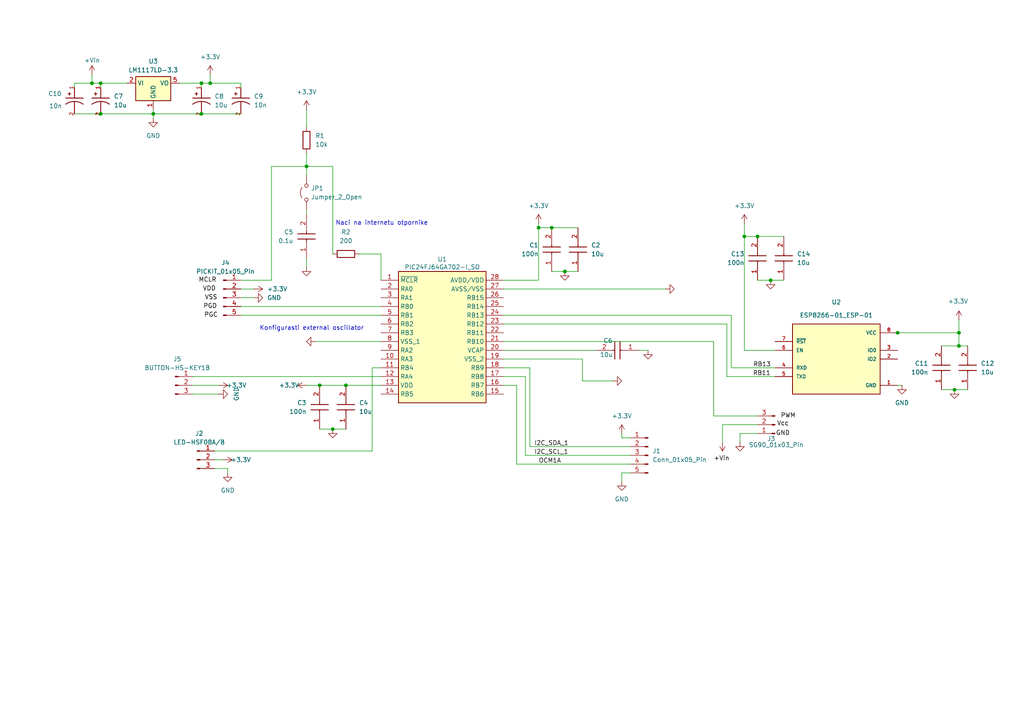
<source format=kicad_sch>
(kicad_sch (version 20231120) (generator "eeschema") (generator_version "8.0")
  (paper "A4")
  (lib_symbols
    (symbol "C0805C106M4PACTU:C0805C106M4PACTU" (pin_names hide)
      (property "Reference" "C" (at 8.89 6.35 0))
      (property "Value" "C0805C106M4PACTU" (at 8.89 3.81 0))
      (symbol "C0805C106M4PACTU_1_1"
        (polyline (pts (xy 5.08 0) (xy 5.588 0)) (stroke (width 0.254)))
        (polyline (pts (xy 5.588 2.54) (xy 5.588 -2.54)) (stroke (width 0.254)))
        (polyline (pts (xy 7.112 0) (xy 7.62 0)) (stroke (width 0.254)))
        (polyline (pts (xy 7.112 2.54) (xy 7.112 -2.54)) (stroke (width 0.254)))
        (pin passive line (at 0 0 0) (length 5.08) (name "1") (number "1"))
        (pin passive line (at 12.7 0 180) (length 5.08) (name "2") (number "2"))
      )
    )
    (symbol "CL21X107MRYN3WE:CL21X107MRYN3WE" (pin_names hide)
      (property "Reference" "C" (at 8.89 6.35 0))
      (property "Value" "CL21X107MRYN3WE" (at 8.89 3.81 0))
      (symbol "CL21X107MRYN3WE_1_1"
        (polyline (pts (xy 5.08 0) (xy 5.588 0)) (stroke (width 0.254)))
        (polyline (pts (xy 5.588 2.54) (xy 5.588 -2.54)) (stroke (width 0.254)))
        (polyline (pts (xy 7.112 0) (xy 7.62 0)) (stroke (width 0.254)))
        (polyline (pts (xy 7.112 2.54) (xy 7.112 -2.54)) (stroke (width 0.254)))
        (pin passive line (at 0 0 0) (length 5.08) (name "1") (number "1"))
        (pin passive line (at 12.7 0 180) (length 5.08) (name "2") (number "2"))
      )
    )
    (symbol "Connector:Conn_01x03_Pin" (pin_names (offset 1.016) hide)
      (property "Reference" "J" (at 0 5.08 0))
      (property "Value" "Conn_01x03_Pin" (at 0 -5.08 0))
      (symbol "Conn_01x03_Pin_1_1"
        (polyline (pts (xy 1.27 -2.54) (xy 0.8636 -2.54)) (stroke (width 0.1524)))
        (polyline (pts (xy 1.27 0) (xy 0.8636 0)) (stroke (width 0.1524)))
        (polyline (pts (xy 1.27 2.54) (xy 0.8636 2.54)) (stroke (width 0.1524)))
        (rectangle (start 0.8636 -2.413) (end 0 -2.667) (stroke (width 0.1524)) (fill (type outline)))
        (rectangle (start 0.8636 0.127) (end 0 -0.127) (stroke (width 0.1524)) (fill (type outline)))
        (rectangle (start 0.8636 2.667) (end 0 2.413) (stroke (width 0.1524)) (fill (type outline)))
        (pin passive line (at 5.08 2.54 180) (length 3.81) (name "Pin_1") (number "1"))
        (pin passive line (at 5.08 0 180) (length 3.81) (name "Pin_2") (number "2"))
        (pin passive line (at 5.08 -2.54 180) (length 3.81) (name "Pin_3") (number "3"))
      )
    )
    (symbol "Connector:Conn_01x05_Pin" (pin_names (offset 1.016) hide)
      (property "Reference" "J" (at 0 7.62 0))
      (property "Value" "Conn_01x05_Pin" (at 0 -7.62 0))
      (symbol "Conn_01x05_Pin_1_1"
        (polyline (pts (xy 1.27 -5.08) (xy 0.8636 -5.08)) (stroke (width 0.1524)))
        (polyline (pts (xy 1.27 -2.54) (xy 0.8636 -2.54)) (stroke (width 0.1524)))
        (polyline (pts (xy 1.27 0) (xy 0.8636 0)) (stroke (width 0.1524)))
        (polyline (pts (xy 1.27 2.54) (xy 0.8636 2.54)) (stroke (width 0.1524)))
        (polyline (pts (xy 1.27 5.08) (xy 0.8636 5.08)) (stroke (width 0.1524)))
        (rectangle (start 0.8636 -4.953) (end 0 -5.207) (stroke (width 0.1524)) (fill (type outline)))
        (rectangle (start 0.8636 -2.413) (end 0 -2.667) (stroke (width 0.1524)) (fill (type outline)))
        (rectangle (start 0.8636 0.127) (end 0 -0.127) (stroke (width 0.1524)) (fill (type outline)))
        (rectangle (start 0.8636 2.667) (end 0 2.413) (stroke (width 0.1524)) (fill (type outline)))
        (rectangle (start 0.8636 5.207) (end 0 4.953) (stroke (width 0.1524)) (fill (type outline)))
        (pin passive line (at 5.08 5.08 180) (length 3.81) (name "Pin_1") (number "1"))
        (pin passive line (at 5.08 2.54 180) (length 3.81) (name "Pin_2") (number "2"))
        (pin passive line (at 5.08 0 180) (length 3.81) (name "Pin_3") (number "3"))
        (pin passive line (at 5.08 -2.54 180) (length 3.81) (name "Pin_4") (number "4"))
        (pin passive line (at 5.08 -5.08 180) (length 3.81) (name "Pin_5") (number "5"))
      )
    )
    (symbol "Device:R" (pin_numbers hide) (pin_names (offset 0))
      (property "Reference" "R" (at 2.032 0 90))
      (property "Value" "R" (at 0 0 90))
      (symbol "R_0_1"
        (rectangle (start -1.016 -2.54) (end 1.016 2.54) (stroke (width 0.254)))
      )
      (symbol "R_1_1"
        (pin passive line (at 0 3.81 270) (length 1.27) (name "~") (number "1"))
        (pin passive line (at 0 -3.81 90) (length 1.27) (name "~") (number "2"))
      )
    )
    (symbol "ESP8266-01_ESP-01:ESP8266-01_ESP-01" (pin_names (offset 1.016))
      (property "Reference" "U" (at -12.7094 10.6778 0))
      (property "Value" "ESP8266-01_ESP-01" (at -12.7131 -12.7131 0))
      (symbol "ESP8266-01_ESP-01_0_0"
        (rectangle (start -12.7 -10.16) (end 12.7 10.16) (stroke (width 0.254)) (fill (type background)))
        (pin power_in line (at 17.78 -7.62 180) (length 5.08) (name "GND") (number "1"))
        (pin bidirectional line (at 17.78 0 180) (length 5.08) (name "IO2") (number "2"))
        (pin bidirectional line (at 17.78 2.54 180) (length 5.08) (name "IO0") (number "3"))
        (pin input line (at -17.78 -2.54 0) (length 5.08) (name "RXD") (number "4"))
        (pin output line (at -17.78 -5.08 0) (length 5.08) (name "TXD") (number "5"))
        (pin input line (at -17.78 2.54 0) (length 5.08) (name "EN") (number "6"))
        (pin input line (at -17.78 5.08 0) (length 5.08) (name "~{RST}") (number "7"))
        (pin power_in line (at 17.78 7.62 180) (length 5.08) (name "VCC") (number "8"))
      )
    )
    (symbol "Jumper:Jumper_2_Open" (pin_numbers hide) (pin_names (offset 0) hide) (exclude_from_sim yes)
      (property "Reference" "JP" (at 0 2.794 0))
      (property "Value" "Jumper_2_Open" (at 0 -2.286 0))
      (symbol "Jumper_2_Open_0_0"
        (circle (center -2.032 0) (radius 0.508))
        (circle (center 2.032 0) (radius 0.508))
      )
      (symbol "Jumper_2_Open_0_1"
        (arc (start 1.524 1.27) (mid 0 1.778) (end -1.524 1.27))
      )
      (symbol "Jumper_2_Open_1_1"
        (pin passive line (at -5.08 0 0) (length 2.54) (name "A") (number "1"))
        (pin passive line (at 5.08 0 180) (length 2.54) (name "B") (number "2"))
      )
    )
    (symbol "PIC24FJ64GA702-I_SO:PIC24FJ64GA702-I_SO"
      (property "Reference" "IC" (at 31.75 7.62 0))
      (property "Value" "PIC24FJ64GA702-I_SO" (at 31.75 5.08 0))
      (symbol "PIC24FJ64GA702-I_SO_1_1"
        (rectangle (start 5.08 2.54) (end 30.48 -35.56) (stroke (width 0.254)) (fill (type background)))
        (pin passive line (at 0 0 0) (length 5.08) (name "~{MCLR}") (number "1"))
        (pin passive line (at 0 -22.86 0) (length 5.08) (name "RA3") (number "10"))
        (pin passive line (at 0 -25.4 0) (length 5.08) (name "RB4") (number "11"))
        (pin passive line (at 0 -27.94 0) (length 5.08) (name "RA4") (number "12"))
        (pin passive line (at 0 -30.48 0) (length 5.08) (name "VDD") (number "13"))
        (pin passive line (at 0 -33.02 0) (length 5.08) (name "RB5") (number "14"))
        (pin passive line (at 35.56 -33.02 180) (length 5.08) (name "RB6") (number "15"))
        (pin passive line (at 35.56 -30.48 180) (length 5.08) (name "RB7") (number "16"))
        (pin passive line (at 35.56 -27.94 180) (length 5.08) (name "RB8") (number "17"))
        (pin passive line (at 35.56 -25.4 180) (length 5.08) (name "RB9") (number "18"))
        (pin passive line (at 35.56 -22.86 180) (length 5.08) (name "VSS_2") (number "19"))
        (pin passive line (at 0 -2.54 0) (length 5.08) (name "RA0") (number "2"))
        (pin passive line (at 35.56 -20.32 180) (length 5.08) (name "VCAP") (number "20"))
        (pin passive line (at 35.56 -17.78 180) (length 5.08) (name "RB10") (number "21"))
        (pin passive line (at 35.56 -15.24 180) (length 5.08) (name "RB11") (number "22"))
        (pin passive line (at 35.56 -12.7 180) (length 5.08) (name "RB12") (number "23"))
        (pin passive line (at 35.56 -10.16 180) (length 5.08) (name "RB13") (number "24"))
        (pin passive line (at 35.56 -7.62 180) (length 5.08) (name "RB14") (number "25"))
        (pin passive line (at 35.56 -5.08 180) (length 5.08) (name "RB15") (number "26"))
        (pin passive line (at 35.56 -2.54 180) (length 5.08) (name "AVSS/VSS") (number "27"))
        (pin passive line (at 35.56 0 180) (length 5.08) (name "AVDD/VDD") (number "28"))
        (pin passive line (at 0 -5.08 0) (length 5.08) (name "RA1") (number "3"))
        (pin passive line (at 0 -7.62 0) (length 5.08) (name "RB0") (number "4"))
        (pin passive line (at 0 -10.16 0) (length 5.08) (name "RB1") (number "5"))
        (pin passive line (at 0 -12.7 0) (length 5.08) (name "RB2") (number "6"))
        (pin passive line (at 0 -15.24 0) (length 5.08) (name "RB3") (number "7"))
        (pin passive line (at 0 -17.78 0) (length 5.08) (name "VSS_1") (number "8"))
        (pin passive line (at 0 -20.32 0) (length 5.08) (name "RA2") (number "9"))
      )
    )
    (symbol "Regulator_Linear:LM1117LD-3.3"
      (property "Reference" "U" (at -3.81 3.175 0))
      (property "Value" "LM1117LD-3.3" (at 0 3.175 0))
      (symbol "LM1117LD-3.3_0_1"
        (rectangle (start -5.08 -5.08) (end 5.08 1.905) (stroke (width 0.254)) (fill (type background)))
      )
      (symbol "LM1117LD-3.3_1_1"
        (pin power_in line (at 0 -7.62 90) (length 2.54) (name "GND") (number "1"))
        (pin power_in line (at -7.62 0 0) (length 2.54) (name "VI") (number "2"))
        (pin passive line (at -7.62 0 0) (length 2.54) hide (name "VI") (number "3"))
        (pin passive line (at -7.62 0 0) (length 2.54) hide (name "VI") (number "4"))
        (pin power_out line (at 7.62 0 180) (length 2.54) (name "VO") (number "5"))
        (pin passive line (at 7.62 0 180) (length 2.54) hide (name "VO") (number "6"))
        (pin passive line (at 7.62 0 180) (length 2.54) hide (name "VO") (number "7"))
        (pin no_connect line (at 5.08 -2.54 180) (length 2.54) hide (name "NC") (number "8"))
        (pin passive line (at 7.62 0 180) (length 2.54) hide (name "VO") (number "9"))
      )
    )
    (symbol "T495B106K025ATE750:T495B106K025ATE750" (pin_names (offset 1.016))
      (property "Reference" "C" (at -5.08 3.81 0))
      (property "Value" "T495B106K025ATE750" (at -5.08 -5.08 0))
      (symbol "T495B106K025ATE750_0_0"
        (rectangle (start -3.713 -1.532) (end -2.824 -1.405) (stroke (width 0.1)) (fill (type outline)))
        (rectangle (start -3.332 -1.913) (end -3.205 -1.024) (stroke (width 0.1)) (fill (type outline)))
        (arc (start -0.254 2.54) (mid -1.0549 0) (end -0.254 -2.54) (stroke (width 0.254)))
        (polyline (pts (xy -5.08 0) (xy -2.032 0)) (stroke (width 0.254)))
        (polyline (pts (xy -2.032 2.54) (xy -2.032 -2.54)) (stroke (width 0.254)))
        (polyline (pts (xy -1.016 0) (xy 2.54 0)) (stroke (width 0.254)))
        (pin passive line (at -5.08 0 0) (length 0) (name "~") (number "1"))
        (pin passive line (at 2.54 0 180) (length 0) (name "~") (number "2"))
      )
    )
    (symbol "power:+3.3V" (power) (pin_numbers hide) (pin_names (offset 0) hide)
      (property "Value" "+3.3V" (at 0 3.556 0))
      (symbol "+3.3V_0_1"
        (polyline (pts (xy -0.762 1.27) (xy 0 2.54)))
        (polyline (pts (xy 0 0) (xy 0 2.54)))
        (polyline (pts (xy 0 2.54) (xy 0.762 1.27)))
      )
      (symbol "+3.3V_1_1"
        (pin power_in line (at 0 0 90) (length 0) (name "~") (number "1"))
      )
    )
    (symbol "power:+5C" (power) (pin_numbers hide) (pin_names (offset 0) hide)
      (property "Value" "+5C" (at 0 3.556 0))
      (symbol "+5C_0_1"
        (polyline (pts (xy -0.762 1.27) (xy 0 2.54)))
        (polyline (pts (xy 0 0) (xy 0 2.54)))
        (polyline (pts (xy 0 2.54) (xy 0.762 1.27)))
      )
      (symbol "+5C_1_1"
        (pin power_in line (at 0 0 90) (length 0) (name "~") (number "1"))
      )
    )
    (symbol "power:GND" (power) (pin_numbers hide) (pin_names (offset 0) hide)
      (property "Value" "GND" (at 0 -3.81 0))
      (symbol "GND_0_1"
        (polyline (pts (xy 0 0) (xy 0 -1.27) (xy 1.27 -1.27) (xy 0 -2.54) (xy -1.27 -1.27) (xy 0 -1.27)))
      )
      (symbol "GND_1_1"
        (pin power_in line (at 0 0 270) (length 0) (name "~") (number "1"))
      )
    )
    (symbol "power:VCC" (power) (pin_numbers hide) (pin_names (offset 0) hide)
      (property "Value" "VCC" (at 0 3.556 0))
      (symbol "VCC_0_1"
        (polyline (pts (xy -0.762 1.27) (xy 0 2.54)))
        (polyline (pts (xy 0 0) (xy 0 2.54)))
        (polyline (pts (xy 0 2.54) (xy 0.762 1.27)))
      )
      (symbol "VCC_1_1"
        (pin power_in line (at 0 0 90) (length 0) (name "~") (number "1"))
      )
    )
  )
  (junction (at 100.33 111.76))
  (junction (at 26.67 24.13))
  (junction (at 160.02 66.04))
  (junction (at 223.52 81.28))
  (junction (at 163.83 78.74))
  (junction (at 58.42 33.02))
  (junction (at 278.13 100.33))
  (junction (at 29.21 24.13))
  (junction (at 96.52 124.46))
  (junction (at 260.35 96.52))
  (junction (at 29.21 33.02))
  (junction (at 88.9 48.26))
  (junction (at 156.21 66.04))
  (junction (at 92.71 111.76))
  (junction (at 60.96 24.13))
  (junction (at 278.13 96.52))
  (junction (at 215.9 68.58))
  (junction (at 219.71 68.58))
  (junction (at 276.86 113.03))
  (junction (at 58.42 24.13))
  (junction (at 44.45 33.02))
  (wire (pts (xy 52.07 24.13) (xy 58.42 24.13)))
  (wire (pts (xy 21.59 24.13) (xy 21.59 25.4)))
  (wire (pts (xy 215.9 68.58) (xy 219.71 68.58)))
  (wire (pts (xy 160.02 66.04) (xy 167.64 66.04)))
  (wire (pts (xy 156.21 66.04) (xy 156.21 81.28)))
  (wire (pts (xy 185.42 101.6) (xy 187.96 101.6)))
  (wire (pts (xy 66.04 135.89) (xy 66.04 137.16)))
  (wire (pts (xy 278.13 96.52) (xy 278.13 100.33)))
  (wire (pts (xy 36.83 24.13) (xy 29.21 24.13)))
  (wire (pts (xy 146.05 111.76) (xy 149.86 111.76)))
  (wire (pts (xy 146.05 109.22) (xy 152.4 109.22)))
  (wire (pts (xy 278.13 100.33) (xy 273.05 100.33)))
  (wire (pts (xy 146.05 93.98) (xy 210.82 93.98)))
  (wire (pts (xy 110.49 73.66) (xy 110.49 81.28)))
  (wire (pts (xy 215.9 68.58) (xy 215.9 101.6)))
  (wire (pts (xy 60.96 24.13) (xy 69.85 24.13)))
  (wire (pts (xy 69.85 83.82) (xy 73.66 83.82)))
  (wire (pts (xy 29.21 24.13) (xy 26.67 24.13)))
  (wire (pts (xy 180.34 137.16) (xy 180.34 139.7)))
  (wire (pts (xy 153.67 129.54) (xy 153.67 106.68)))
  (wire (pts (xy 58.42 33.02) (xy 44.45 33.02)))
  (wire (pts (xy 146.05 104.14) (xy 168.91 104.14)))
  (wire (pts (xy 207.01 99.06) (xy 207.01 120.65)))
  (wire (pts (xy 88.9 111.76) (xy 92.71 111.76)))
  (wire (pts (xy 29.21 33.02) (xy 44.45 33.02)))
  (wire (pts (xy 212.09 91.44) (xy 212.09 106.68)))
  (wire (pts (xy 156.21 66.04) (xy 160.02 66.04)))
  (wire (pts (xy 146.05 91.44) (xy 212.09 91.44)))
  (wire (pts (xy 156.21 64.77) (xy 156.21 66.04)))
  (wire (pts (xy 152.4 132.08) (xy 182.88 132.08)))
  (wire (pts (xy 146.05 106.68) (xy 153.67 106.68)))
  (wire (pts (xy 107.95 130.81) (xy 107.95 106.68)))
  (wire (pts (xy 276.86 113.03) (xy 273.05 113.03)))
  (wire (pts (xy 44.45 31.75) (xy 44.45 33.02)))
  (wire (pts (xy 62.23 135.89) (xy 66.04 135.89)))
  (wire (pts (xy 58.42 33.02) (xy 69.85 33.02)))
  (wire (pts (xy 58.42 24.13) (xy 60.96 24.13)))
  (wire (pts (xy 209.55 123.19) (xy 219.71 123.19)))
  (wire (pts (xy 207.01 120.65) (xy 219.71 120.65)))
  (wire (pts (xy 146.05 99.06) (xy 207.01 99.06)))
  (wire (pts (xy 168.91 104.14) (xy 168.91 110.49)))
  (wire (pts (xy 88.9 48.26) (xy 96.52 48.26)))
  (wire (pts (xy 107.95 106.68) (xy 110.49 106.68)))
  (wire (pts (xy 214.63 125.73) (xy 219.71 125.73)))
  (wire (pts (xy 278.13 92.71) (xy 278.13 96.52)))
  (wire (pts (xy 55.88 114.3) (xy 63.5 114.3)))
  (wire (pts (xy 260.35 111.76) (xy 261.62 111.76)))
  (wire (pts (xy 149.86 134.62) (xy 182.88 134.62)))
  (wire (pts (xy 88.9 48.26) (xy 88.9 50.8)))
  (wire (pts (xy 182.88 127) (xy 180.34 127)))
  (wire (pts (xy 212.09 106.68) (xy 224.79 106.68)))
  (wire (pts (xy 182.88 137.16) (xy 180.34 137.16)))
  (wire (pts (xy 215.9 64.77) (xy 215.9 68.58)))
  (wire (pts (xy 223.52 81.28) (xy 219.71 81.28)))
  (wire (pts (xy 78.74 81.28) (xy 78.74 48.26)))
  (wire (pts (xy 215.9 101.6) (xy 224.79 101.6)))
  (wire (pts (xy 214.63 128.27) (xy 214.63 125.73)))
  (wire (pts (xy 163.83 78.74) (xy 167.64 78.74)))
  (wire (pts (xy 146.05 83.82) (xy 193.04 83.82)))
  (wire (pts (xy 180.34 127) (xy 180.34 125.73)))
  (wire (pts (xy 44.45 33.02) (xy 44.45 34.29)))
  (wire (pts (xy 62.23 133.35) (xy 64.77 133.35)))
  (wire (pts (xy 104.14 73.66) (xy 110.49 73.66)))
  (wire (pts (xy 276.86 113.03) (xy 280.67 113.03)))
  (wire (pts (xy 88.9 44.45) (xy 88.9 48.26)))
  (wire (pts (xy 210.82 93.98) (xy 210.82 109.22)))
  (wire (pts (xy 219.71 68.58) (xy 227.33 68.58)))
  (wire (pts (xy 69.85 86.36) (xy 73.66 86.36)))
  (wire (pts (xy 78.74 48.26) (xy 88.9 48.26)))
  (wire (pts (xy 92.71 111.76) (xy 100.33 111.76)))
  (wire (pts (xy 21.59 33.02) (xy 29.21 33.02)))
  (wire (pts (xy 152.4 132.08) (xy 152.4 109.22)))
  (wire (pts (xy 69.85 91.44) (xy 110.49 91.44)))
  (wire (pts (xy 69.85 88.9) (xy 110.49 88.9)))
  (wire (pts (xy 91.44 99.06) (xy 110.49 99.06)))
  (wire (pts (xy 209.55 128.27) (xy 209.55 123.19)))
  (wire (pts (xy 96.52 73.66) (xy 96.52 48.26)))
  (wire (pts (xy 88.9 31.75) (xy 88.9 36.83)))
  (wire (pts (xy 96.52 124.46) (xy 92.71 124.46)))
  (wire (pts (xy 153.67 129.54) (xy 182.88 129.54)))
  (wire (pts (xy 260.35 96.52) (xy 278.13 96.52)))
  (wire (pts (xy 96.52 124.46) (xy 100.33 124.46)))
  (wire (pts (xy 69.85 25.4) (xy 69.85 24.13)))
  (wire (pts (xy 55.88 111.76) (xy 63.5 111.76)))
  (wire (pts (xy 156.21 81.28) (xy 146.05 81.28)))
  (wire (pts (xy 149.86 111.76) (xy 149.86 134.62)))
  (wire (pts (xy 163.83 78.74) (xy 160.02 78.74)))
  (wire (pts (xy 55.88 109.22) (xy 110.49 109.22)))
  (wire (pts (xy 88.9 60.96) (xy 88.9 62.23)))
  (wire (pts (xy 69.85 81.28) (xy 78.74 81.28)))
  (wire (pts (xy 26.67 21.59) (xy 26.67 24.13)))
  (wire (pts (xy 58.42 25.4) (xy 58.42 24.13)))
  (wire (pts (xy 100.33 111.76) (xy 110.49 111.76)))
  (wire (pts (xy 223.52 81.28) (xy 227.33 81.28)))
  (wire (pts (xy 259.08 96.52) (xy 260.35 96.52)))
  (wire (pts (xy 26.67 24.13) (xy 21.59 24.13)))
  (wire (pts (xy 60.96 21.59) (xy 60.96 24.13)))
  (wire (pts (xy 210.82 109.22) (xy 224.79 109.22)))
  (wire (pts (xy 88.9 74.93) (xy 88.9 77.47)))
  (wire (pts (xy 280.67 100.33) (xy 278.13 100.33)))
  (wire (pts (xy 146.05 101.6) (xy 172.72 101.6)))
  (wire (pts (xy 29.21 24.13) (xy 29.21 25.4)))
  (wire (pts (xy 62.23 130.81) (xy 107.95 130.81)))
  (wire (pts (xy 168.91 110.49) (xy 177.8 110.49)))
  (text "VDD" (at 60.706 83.82 0) (effects (font (size 1.27 1.27))))
  (text "Vcc" (at 227.076 122.936 0) (effects (font (size 1.27 1.27) (thickness 0.1588))))
  (text "Naci na internetu otpornike" (at 110.744 64.77 0) (effects (font (size 1.27 1.27))))
  (text "PWM" (at 228.6 120.65 0) (effects (font (size 1.27 1.27))))
  (text "PGC" (at 61.214 91.44 0) (effects (font (size 1.27 1.27))))
  (text "VSS" (at 61.214 86.36 0) (effects (font (size 1.27 1.27))))
  (text "MCLR" (at 60.198 81.28 0) (effects (font (size 1.27 1.27))))
  (text "PGD" (at 60.96 88.9 0) (effects (font (size 1.27 1.27))))
  (text "GND" (at 227.076 125.73 0) (effects (font (size 1.27 1.27))))
  (text "Konfigurasti external oscillator" (at 90.424 95.25 0) (effects (font (size 1.27 1.27))))
  (label "RB13" (at 218.44 106.68 0))
  (label "I2C_SDA_1" (at 154.94 129.54 0))
  (label "OCM1A" (at 156.21 134.62 0))
  (label "RB11" (at 223.52 109.22 180))
  (label "I2C_SCL_1" (at 154.94 132.08 0))
  (symbol (lib_id "power:+3.3V") (at 64.77 133.35 270) (unit 1)
    (property "Reference" "#PWR015" (effects (hide yes)))
    (property "Value" "+3.3V" (at 69.85 133.35 90))
    (property "Description" "Power symbol creates a global label with name \"+3.3V\"" (effects (hide yes)))
  )
  (symbol (lib_id "PIC24FJ64GA702-I_SO:PIC24FJ64GA702-I_SO") (at 110.49 81.28 0) (unit 1)
    (property "Reference" "U1" (at 128.27 75.184 0))
    (property "Value" "PIC24FJ64GA702-I_SO" (at 128.27 77.47 0))
    (property "Footprint" "SOIC127P1030X265-28N" (effects (hide yes)))
    (property "Description" "16-bit Microcontrollers - MCU 16-bit, 16 MIPS, 64KB Flash, 16KB RAM" (effects (hide yes)))
    (property "Height" "2.65" (effects (hide yes)))
    (property "Mouser Part Number" "579-24FJ64GA702ISO" (effects (hide yes)))
    (property "Mouser Price/Stock" "https://www.mouser.co.uk/ProductDetail/Microchip-Technology/PIC24FJ64GA702-I-SO?qs=tOTLKpwhCJcpK%252BsaonbYLQ%3D%3D" (effects (hide yes)))
    (property "Manufacturer_Name" "Microchip" (effects (hide yes)))
    (property "Manufacturer_Part_Number" "PIC24FJ64GA702-I/SO" (effects (hide yes)))
  )
  (symbol (lib_id "Connector:Conn_01x03_Pin") (at 57.15 133.35 0) (unit 1)
    (property "Reference" "J2" (at 57.785 125.73 0))
    (property "Value" "LED-HSF08A/B" (at 57.785 128.27 0))
    (property "Description" "Generic connector, single row, 01x03, script generated" (effects (hide yes)))
  )
  (symbol (lib_id "power:+3.3V") (at 88.9 31.75 0) (unit 1)
    (property "Reference" "#PWR04" (effects (hide yes)))
    (property "Value" "+3.3V" (at 88.9 26.67 0))
    (property "Description" "Power symbol creates a global label with name \"+3.3V\"" (effects (hide yes)))
  )
  (symbol (lib_id "power:GND") (at 88.9 77.47 0) (unit 1)
    (property "Reference" "#PWR01" (effects (hide yes)))
    (property "Value" "GND" (effects (hide yes)))
    (property "Description" "Power symbol creates a global label with name \"GND\" , ground" (effects (hide yes)))
  )
  (symbol (lib_id "Connector:Conn_01x05_Pin") (at 64.77 86.36 0) (unit 1)
    (property "Reference" "J4" (at 65.405 76.2 0))
    (property "Value" "PICKIT_01x05_Pin" (at 65.405 78.74 0))
    (property "Description" "Generic connector, single row, 01x05, script generated" (effects (hide yes)))
  )
  (symbol (lib_id "power:GND") (at 177.8 110.49 90) (unit 1)
    (property "Reference" "#PWR08" (effects (hide yes)))
    (property "Value" "GND" (effects (hide yes)))
    (property "Description" "Power symbol creates a global label with name \"GND\" , ground" (effects (hide yes)))
  )
  (symbol (lib_id "C0805C106M4PACTU:C0805C106M4PACTU") (at 88.9 74.93 270) (mirror x) (unit 1)
    (property "Reference" "C5" (at 85.09 67.3099 90) (effects (justify right)))
    (property "Value" "0.1u" (at 85.09 69.8499 90) (effects (justify right)))
    (property "Footprint" "C0805" (effects (hide yes)))
    (property "Datasheet" "https://content.kemet.com/datasheets/KEM_C1006_X5R_SMD.pdf" (effects (hide yes)))
    (property "Description" "SMD Comm X5R, Ceramic, 10 uF, 20%, 16 VDC, 40 VDC, 85C, -55C, X5R, SMD, MLCC, Temperature Stable, Class II, 10 % , 10 MOhms, 21 mg, 0805, 2mm, 1.25mm, 1.25mm, 0.75mm, 0.5mm, 3000, 78  Weeks, 70" (effects (hide yes)))
    (property "Height" "1.1" (effects (hide yes)))
    (property "Mouser Part Number" "80-C0805C106M4P" (effects (hide yes)))
    (property "Mouser Price/Stock" "https://www.mouser.co.uk/ProductDetail/KEMET/C0805C106M4PACTU?qs=KHg1sw%2FVM5StZkWXuKrj7w%3D%3D" (effects (hide yes)))
    (property "Manufacturer_Name" "KEMET" (effects (hide yes)))
    (property "Manufacturer_Part_Number" "C0805C106M4PACTU" (effects (hide yes)))
  )
  (symbol (lib_id "power:GND") (at 214.63 128.27 0) (unit 1)
    (property "Reference" "#PWR012" (effects (hide yes)))
    (property "Value" "GND" (effects (hide yes)))
    (property "Description" "Power symbol creates a global label with name \"GND\" , ground" (effects (hide yes)))
  )
  (symbol (lib_id "Connector:Conn_01x03_Pin") (at 224.79 123.19 180) (unit 1)
    (property "Reference" "J3" (at 222.504 127.254 0) (effects (justify right)))
    (property "Value" "SG90_01x03_Pin" (at 217.17 129.032 0) (effects (justify right)))
    (property "Description" "Generic connector, single row, 01x03, script generated" (effects (hide yes)))
  )
  (symbol (lib_id "C0805C106M4PACTU:C0805C106M4PACTU") (at 280.67 113.03 90) (unit 1)
    (property "Reference" "C12" (at 284.48 105.4099 90) (effects (justify right)))
    (property "Value" "10u" (at 284.48 107.9499 90) (effects (justify right)))
    (property "Footprint" "C0805" (effects (hide yes)))
    (property "Datasheet" "https://content.kemet.com/datasheets/KEM_C1006_X5R_SMD.pdf" (effects (hide yes)))
    (property "Description" "SMD Comm X5R, Ceramic, 10 uF, 20%, 16 VDC, 40 VDC, 85C, -55C, X5R, SMD, MLCC, Temperature Stable, Class II, 10 % , 10 MOhms, 21 mg, 0805, 2mm, 1.25mm, 1.25mm, 0.75mm, 0.5mm, 3000, 78  Weeks, 70" (effects (hide yes)))
    (property "Height" "1.1" (effects (hide yes)))
    (property "Mouser Part Number" "80-C0805C106M4P" (effects (hide yes)))
    (property "Mouser Price/Stock" "https://www.mouser.co.uk/ProductDetail/KEMET/C0805C106M4PACTU?qs=KHg1sw%2FVM5StZkWXuKrj7w%3D%3D" (effects (hide yes)))
    (property "Manufacturer_Name" "KEMET" (effects (hide yes)))
    (property "Manufacturer_Part_Number" "C0805C106M4PACTU" (effects (hide yes)))
  )
  (symbol (lib_id "T495B106K025ATE750:T495B106K025ATE750") (at 21.59 30.48 270) (unit 1)
    (property "Reference" "C10" (at 13.97 27.178 90) (effects (justify left)))
    (property "Value" "10n" (at 14.224 30.734 90) (effects (justify left)))
    (property "Footprint" "T495B106K025ATE750:CAPPC3528X210N" (effects (hide yes)))
    (property "L_MAX" "0.9" (effects (hide yes)))
    (property "A_MAX" "2.1" (effects (hide yes)))
    (property "L1_NOM" "0.7" (effects (hide yes)))
    (property "Check_prices" "https://www.snapeda.com/parts/T495B106K025ATE750/KEMET/view-part/?ref=eda" (effects (hide yes)))
    (property "Package" "SMD-2 Kemet" (effects (hide yes)))
    (property "D_MAX" "3.7" (effects (hide yes)))
    (property "A_NOM" "2.1" (effects (hide yes)))
    (property "L1_MAX" "0.9" (effects (hide yes)))
    (property "A_MIN" "2.1" (effects (hide yes)))
    (property "STANDARD" "IPC-7351B" (effects (hide yes)))
    (property "SnapEDA_Link" "https://www.snapeda.com/parts/T495B106K025ATE750/KEMET/view-part/?ref=snap" (effects (hide yes)))
    (property "E_NOM" "2.8" (effects (hide yes)))
    (property "L_NOM" "0.7" (effects (hide yes)))
    (property "L1_MIN" "0.5" (effects (hide yes)))
    (property "MF" "KEMET" (effects (hide yes)))
    (property "Description_1" "\n                        \n                            10uF Solid MnO2 Tantalum Electrolytic Capacitor, 25 V dc +/-10%, T495 Series | KEMET T495B106K025ATE750\n                        \n" (effects (hide yes)))
    (property "Price" "None" (effects (hide yes)))
    (property "E_MIN" "2.6" (effects (hide yes)))
    (property "D_MIN" "3.3" (effects (hide yes)))
    (property "MP" "T495B106K025ATE750" (effects (hide yes)))
    (property "D_NOM" "3.5" (effects (hide yes)))
    (property "L_MIN" "0.5" (effects (hide yes)))
    (property "Availability" "In Stock" (effects (hide yes)))
    (property "E_MAX" "3.0" (effects (hide yes)))
  )
  (symbol (lib_id "power:+3.3V") (at 73.66 83.82 270) (unit 1)
    (property "Reference" "#PWR020" (effects (hide yes)))
    (property "Value" "+3.3V" (at 77.47 83.8199 90) (effects (justify left)))
    (property "Description" "Power symbol creates a global label with name \"+3.3V\"" (effects (hide yes)))
  )
  (symbol (lib_id "CL21X107MRYN3WE:CL21X107MRYN3WE") (at 160.02 78.74 90) (unit 1)
    (property "Reference" "C1" (at 156.21 71.1199 90) (effects (justify left)))
    (property "Value" "100n" (at 156.21 73.6599 90) (effects (justify left)))
    (property "Footprint" "CAPC2012X145N" (effects (hide yes)))
    (property "Datasheet" "http://www.samsungsem.com/kr/support/product-search/mlcc/__icsFiles/afieldfile/2019/06/18/CL21B105KBFNNNE-19.pdf" (effects (hide yes)))
    (property "Description" "General Multilayer Ceramic Capacitors" (effects (hide yes)))
    (property "Height" "1.45" (effects (hide yes)))
    (property "Manufacturer_Name" "SAMSUNG" (effects (hide yes)))
    (property "Manufacturer_Part_Number" "CL21X107MRYN3WE" (effects (hide yes)))
  )
  (symbol (lib_id "Device:R") (at 100.33 73.66 90) (unit 1)
    (property "Reference" "R2" (at 100.33 67.31 90))
    (property "Value" "200" (at 100.33 69.85 90))
    (property "Description" "Resistor" (effects (hide yes)))
  )
  (symbol (lib_id "CL21X107MRYN3WE:CL21X107MRYN3WE") (at 92.71 124.46 90) (unit 1)
    (property "Reference" "C3" (at 88.9 116.8399 90) (effects (justify left)))
    (property "Value" "100n" (at 88.9 119.3799 90) (effects (justify left)))
    (property "Footprint" "CAPC2012X145N" (effects (hide yes)))
    (property "Datasheet" "http://www.samsungsem.com/kr/support/product-search/mlcc/__icsFiles/afieldfile/2019/06/18/CL21B105KBFNNNE-19.pdf" (effects (hide yes)))
    (property "Description" "General Multilayer Ceramic Capacitors" (effects (hide yes)))
    (property "Height" "1.45" (effects (hide yes)))
    (property "Manufacturer_Name" "SAMSUNG" (effects (hide yes)))
    (property "Manufacturer_Part_Number" "CL21X107MRYN3WE" (effects (hide yes)))
  )
  (symbol (lib_id "Connector:Conn_01x05_Pin") (at 187.96 132.08 0) (mirror y) (unit 1)
    (property "Reference" "J1" (at 189.23 130.8099 0) (effects (justify right)))
    (property "Value" "Conn_01x05_Pin" (at 189.23 133.3499 0) (effects (justify right)))
    (property "Description" "Generic connector, single row, 01x05, script generated" (effects (hide yes)))
  )
  (symbol (lib_id "power:GND") (at 180.34 139.7 0) (unit 1)
    (property "Reference" "#PWR014" (effects (hide yes)))
    (property "Value" "GND" (at 180.34 144.78 0))
    (property "Description" "Power symbol creates a global label with name \"GND\" , ground" (effects (hide yes)))
  )
  (symbol (lib_id "Regulator_Linear:LM1117LD-3.3") (at 44.45 24.13 0) (unit 1)
    (property "Reference" "U3" (at 44.45 17.78 0))
    (property "Value" "LM1117LD-3.3" (at 44.45 20.32 0))
    (property "Footprint" "Package_SON:WSON-8-1EP_4x4mm_P0.8mm_EP2.2x3mm" (effects (hide yes)))
    (property "Datasheet" "http://www.ti.com/lit/ds/symlink/lm1117.pdf" (effects (hide yes)))
    (property "Description" "800mA Low-Dropout Linear Regulator, 3.3V fixed output, WSON-8" (effects (hide yes)))
  )
  (symbol (lib_id "power:+3.3V") (at 180.34 125.73 0) (unit 1)
    (property "Reference" "#PWR013" (effects (hide yes)))
    (property "Value" "+3.3V" (at 180.34 120.65 0))
    (property "Description" "Power symbol creates a global label with name \"+3.3V\"" (effects (hide yes)))
  )
  (symbol (lib_id "T495B106K025ATE750:T495B106K025ATE750") (at 58.42 30.48 270) (unit 1)
    (property "Reference" "C8" (at 62.23 27.9399 90) (effects (justify left)))
    (property "Value" "10u" (at 62.23 30.4799 90) (effects (justify left)))
    (property "Footprint" "T495B106K025ATE750:CAPPC3528X210N" (effects (hide yes)))
    (property "L_MAX" "0.9" (effects (hide yes)))
    (property "A_MAX" "2.1" (effects (hide yes)))
    (property "L1_NOM" "0.7" (effects (hide yes)))
    (property "Check_prices" "https://www.snapeda.com/parts/T495B106K025ATE750/KEMET/view-part/?ref=eda" (effects (hide yes)))
    (property "Package" "SMD-2 Kemet" (effects (hide yes)))
    (property "D_MAX" "3.7" (effects (hide yes)))
    (property "A_NOM" "2.1" (effects (hide yes)))
    (property "L1_MAX" "0.9" (effects (hide yes)))
    (property "A_MIN" "2.1" (effects (hide yes)))
    (property "STANDARD" "IPC-7351B" (effects (hide yes)))
    (property "SnapEDA_Link" "https://www.snapeda.com/parts/T495B106K025ATE750/KEMET/view-part/?ref=snap" (effects (hide yes)))
    (property "E_NOM" "2.8" (effects (hide yes)))
    (property "L_NOM" "0.7" (effects (hide yes)))
    (property "L1_MIN" "0.5" (effects (hide yes)))
    (property "MF" "KEMET" (effects (hide yes)))
    (property "Description_1" "\n                        \n                            10uF Solid MnO2 Tantalum Electrolytic Capacitor, 25 V dc +/-10%, T495 Series | KEMET T495B106K025ATE750\n                        \n" (effects (hide yes)))
    (property "Price" "None" (effects (hide yes)))
    (property "E_MIN" "2.6" (effects (hide yes)))
    (property "D_MIN" "3.3" (effects (hide yes)))
    (property "MP" "T495B106K025ATE750" (effects (hide yes)))
    (property "D_NOM" "3.5" (effects (hide yes)))
    (property "L_MIN" "0.5" (effects (hide yes)))
    (property "Availability" "In Stock" (effects (hide yes)))
    (property "E_MAX" "3.0" (effects (hide yes)))
  )
  (symbol (lib_id "power:GND") (at 63.5 114.3 90) (unit 1)
    (property "Reference" "#PWR018" (effects (hide yes)))
    (property "Value" "GND" (at 68.58 114.3 0))
    (property "Description" "Power symbol creates a global label with name \"GND\" , ground" (effects (hide yes)))
  )
  (symbol (lib_id "power:GND") (at 223.52 81.28 0) (unit 1)
    (property "Reference" "#PWR028" (effects (hide yes)))
    (property "Value" "GND" (effects (hide yes)))
    (property "Description" "Power symbol creates a global label with name \"GND\" , ground" (effects (hide yes)))
  )
  (symbol (lib_id "power:GND") (at 91.44 99.06 270) (unit 1)
    (property "Reference" "#PWR05" (effects (hide yes)))
    (property "Value" "GND" (effects (hide yes)))
    (property "Description" "Power symbol creates a global label with name \"GND\" , ground" (effects (hide yes)))
  )
  (symbol (lib_id "power:GND") (at 73.66 86.36 90) (unit 1)
    (property "Reference" "#PWR019" (effects (hide yes)))
    (property "Value" "GND" (at 77.47 86.3599 90) (effects (justify right)))
    (property "Description" "Power symbol creates a global label with name \"GND\" , ground" (effects (hide yes)))
  )
  (symbol (lib_id "power:GND") (at 193.04 83.82 90) (unit 1)
    (property "Reference" "#PWR09" (effects (hide yes)))
    (property "Value" "GND" (effects (hide yes)))
    (property "Description" "Power symbol creates a global label with name \"GND\" , ground" (effects (hide yes)))
  )
  (symbol (lib_id "power:GND") (at 187.96 101.6 0) (unit 1)
    (property "Reference" "#PWR02" (effects (hide yes)))
    (property "Value" "GND" (effects (hide yes)))
    (property "Description" "Power symbol creates a global label with name \"GND\" , ground" (effects (hide yes)))
  )
  (symbol (lib_id "C0805C106M4PACTU:C0805C106M4PACTU") (at 100.33 124.46 90) (unit 1)
    (property "Reference" "C4" (at 104.14 116.8399 90) (effects (justify right)))
    (property "Value" "10u" (at 104.14 119.3799 90) (effects (justify right)))
    (property "Footprint" "C0805" (effects (hide yes)))
    (property "Datasheet" "https://content.kemet.com/datasheets/KEM_C1006_X5R_SMD.pdf" (effects (hide yes)))
    (property "Description" "SMD Comm X5R, Ceramic, 10 uF, 20%, 16 VDC, 40 VDC, 85C, -55C, X5R, SMD, MLCC, Temperature Stable, Class II, 10 % , 10 MOhms, 21 mg, 0805, 2mm, 1.25mm, 1.25mm, 0.75mm, 0.5mm, 3000, 78  Weeks, 70" (effects (hide yes)))
    (property "Height" "1.1" (effects (hide yes)))
    (property "Mouser Part Number" "80-C0805C106M4P" (effects (hide yes)))
    (property "Mouser Price/Stock" "https://www.mouser.co.uk/ProductDetail/KEMET/C0805C106M4PACTU?qs=KHg1sw%2FVM5StZkWXuKrj7w%3D%3D" (effects (hide yes)))
    (property "Manufacturer_Name" "KEMET" (effects (hide yes)))
    (property "Manufacturer_Part_Number" "C0805C106M4PACTU" (effects (hide yes)))
  )
  (symbol (lib_id "T495B106K025ATE750:T495B106K025ATE750") (at 29.21 30.48 270) (unit 1)
    (property "Reference" "C7" (at 33.02 27.9399 90) (effects (justify left)))
    (property "Value" "10u" (at 33.02 30.4799 90) (effects (justify left)))
    (property "Footprint" "T495B106K025ATE750:CAPPC3528X210N" (effects (hide yes)))
    (property "L_MAX" "0.9" (effects (hide yes)))
    (property "A_MAX" "2.1" (effects (hide yes)))
    (property "L1_NOM" "0.7" (effects (hide yes)))
    (property "Check_prices" "https://www.snapeda.com/parts/T495B106K025ATE750/KEMET/view-part/?ref=eda" (effects (hide yes)))
    (property "Package" "SMD-2 Kemet" (effects (hide yes)))
    (property "D_MAX" "3.7" (effects (hide yes)))
    (property "A_NOM" "2.1" (effects (hide yes)))
    (property "L1_MAX" "0.9" (effects (hide yes)))
    (property "A_MIN" "2.1" (effects (hide yes)))
    (property "STANDARD" "IPC-7351B" (effects (hide yes)))
    (property "SnapEDA_Link" "https://www.snapeda.com/parts/T495B106K025ATE750/KEMET/view-part/?ref=snap" (effects (hide yes)))
    (property "E_NOM" "2.8" (effects (hide yes)))
    (property "L_NOM" "0.7" (effects (hide yes)))
    (property "L1_MIN" "0.5" (effects (hide yes)))
    (property "MF" "KEMET" (effects (hide yes)))
    (property "Description_1" "\n                        \n                            10uF Solid MnO2 Tantalum Electrolytic Capacitor, 25 V dc +/-10%, T495 Series | KEMET T495B106K025ATE750\n                        \n" (effects (hide yes)))
    (property "Price" "None" (effects (hide yes)))
    (property "E_MIN" "2.6" (effects (hide yes)))
    (property "D_MIN" "3.3" (effects (hide yes)))
    (property "MP" "T495B106K025ATE750" (effects (hide yes)))
    (property "D_NOM" "3.5" (effects (hide yes)))
    (property "L_MIN" "0.5" (effects (hide yes)))
    (property "Availability" "In Stock" (effects (hide yes)))
    (property "E_MAX" "3.0" (effects (hide yes)))
  )
  (symbol (lib_id "power:+3.3V") (at 88.9 111.76 90) (unit 1)
    (property "Reference" "#PWR07" (effects (hide yes)))
    (property "Value" "+3.3V" (at 83.82 111.76 90))
    (property "Description" "Power symbol creates a global label with name \"+3.3V\"" (effects (hide yes)))
  )
  (symbol (lib_id "power:GND") (at 261.62 111.76 0) (unit 1)
    (property "Reference" "#PWR025" (effects (hide yes)))
    (property "Value" "GND" (at 261.62 116.84 0))
    (property "Description" "Power symbol creates a global label with name \"GND\" , ground" (effects (hide yes)))
  )
  (symbol (lib_id "C0805C106M4PACTU:C0805C106M4PACTU") (at 185.42 101.6 0) (mirror y) (unit 1)
    (property "Reference" "C6" (at 175.006 98.806 0) (effects (justify right)))
    (property "Value" "10u" (at 173.99 102.87 0) (effects (justify right)))
    (property "Footprint" "C0805" (effects (hide yes)))
    (property "Datasheet" "https://content.kemet.com/datasheets/KEM_C1006_X5R_SMD.pdf" (effects (hide yes)))
    (property "Description" "SMD Comm X5R, Ceramic, 10 uF, 20%, 16 VDC, 40 VDC, 85C, -55C, X5R, SMD, MLCC, Temperature Stable, Class II, 10 % , 10 MOhms, 21 mg, 0805, 2mm, 1.25mm, 1.25mm, 0.75mm, 0.5mm, 3000, 78  Weeks, 70" (effects (hide yes)))
    (property "Height" "1.1" (effects (hide yes)))
    (property "Mouser Part Number" "80-C0805C106M4P" (effects (hide yes)))
    (property "Mouser Price/Stock" "https://www.mouser.co.uk/ProductDetail/KEMET/C0805C106M4PACTU?qs=KHg1sw%2FVM5StZkWXuKrj7w%3D%3D" (effects (hide yes)))
    (property "Manufacturer_Name" "KEMET" (effects (hide yes)))
    (property "Manufacturer_Part_Number" "C0805C106M4PACTU" (effects (hide yes)))
  )
  (symbol (lib_id "Device:R") (at 88.9 40.64 0) (unit 1)
    (property "Reference" "R1" (at 91.44 39.3699 0) (effects (justify left)))
    (property "Value" "10k" (at 91.44 41.9099 0) (effects (justify left)))
    (property "Description" "Resistor" (effects (hide yes)))
  )
  (symbol (lib_id "Jumper:Jumper_2_Open") (at 88.9 55.88 90) (unit 1) (exclude_from_sim yes)
    (property "Reference" "JP1" (at 90.17 54.6099 90) (effects (justify right)))
    (property "Value" "Jumper_2_Open" (at 90.17 57.1499 90) (effects (justify right)))
    (property "Description" "Jumper, 2-pole, open" (effects (hide yes)))
  )
  (symbol (lib_id "power:+3.3V") (at 215.9 64.77 0) (unit 1)
    (property "Reference" "#PWR021" (effects (hide yes)))
    (property "Value" "+3.3V" (at 215.9 59.69 0))
    (property "Description" "Power symbol creates a global label with name \"+3.3V\"" (effects (hide yes)))
  )
  (symbol (lib_id "CL21X107MRYN3WE:CL21X107MRYN3WE") (at 273.05 113.03 90) (unit 1)
    (property "Reference" "C11" (at 269.24 105.4099 90) (effects (justify left)))
    (property "Value" "100n" (at 269.24 107.9499 90) (effects (justify left)))
    (property "Footprint" "CAPC2012X145N" (effects (hide yes)))
    (property "Datasheet" "http://www.samsungsem.com/kr/support/product-search/mlcc/__icsFiles/afieldfile/2019/06/18/CL21B105KBFNNNE-19.pdf" (effects (hide yes)))
    (property "Description" "General Multilayer Ceramic Capacitors" (effects (hide yes)))
    (property "Height" "1.45" (effects (hide yes)))
    (property "Manufacturer_Name" "SAMSUNG" (effects (hide yes)))
    (property "Manufacturer_Part_Number" "CL21X107MRYN3WE" (effects (hide yes)))
  )
  (symbol (lib_id "power:VCC") (at 26.67 21.59 0) (unit 1)
    (property "Reference" "#PWR024" (effects (hide yes)))
    (property "Value" "+Vin" (at 24.384 17.526 0) (effects (justify left)))
    (property "Description" "Power symbol creates a global label with name \"VCC\"" (effects (hide yes)))
  )
  (symbol (lib_id "power:GND") (at 66.04 137.16 0) (unit 1)
    (property "Reference" "#PWR016" (effects (hide yes)))
    (property "Value" "GND" (at 66.04 142.24 0))
    (property "Description" "Power symbol creates a global label with name \"GND\" , ground" (effects (hide yes)))
  )
  (symbol (lib_id "Connector:Conn_01x03_Pin") (at 50.8 111.76 0) (unit 1)
    (property "Reference" "J5" (at 51.435 104.14 0))
    (property "Value" "BUTTON-HS-KEY1B" (at 51.435 106.68 0))
    (property "Description" "Generic connector, single row, 01x03, script generated" (effects (hide yes)))
  )
  (symbol (lib_id "power:GND") (at 44.45 34.29 0) (unit 1)
    (property "Reference" "#PWR023" (effects (hide yes)))
    (property "Value" "GND" (at 44.45 39.37 0))
    (property "Description" "Power symbol creates a global label with name \"GND\" , ground" (effects (hide yes)))
  )
  (symbol (lib_id "power:GND") (at 276.86 113.03 0) (unit 1)
    (property "Reference" "#PWR027" (effects (hide yes)))
    (property "Value" "GND" (effects (hide yes)))
    (property "Description" "Power symbol creates a global label with name \"GND\" , ground" (effects (hide yes)))
  )
  (symbol (lib_id "C0805C106M4PACTU:C0805C106M4PACTU") (at 167.64 78.74 90) (unit 1)
    (property "Reference" "C2" (at 171.45 71.1199 90) (effects (justify right)))
    (property "Value" "10u" (at 171.45 73.6599 90) (effects (justify right)))
    (property "Footprint" "C0805" (effects (hide yes)))
    (property "Datasheet" "https://content.kemet.com/datasheets/KEM_C1006_X5R_SMD.pdf" (effects (hide yes)))
    (property "Description" "SMD Comm X5R, Ceramic, 10 uF, 20%, 16 VDC, 40 VDC, 85C, -55C, X5R, SMD, MLCC, Temperature Stable, Class II, 10 % , 10 MOhms, 21 mg, 0805, 2mm, 1.25mm, 1.25mm, 0.75mm, 0.5mm, 3000, 78  Weeks, 70" (effects (hide yes)))
    (property "Height" "1.1" (effects (hide yes)))
    (property "Mouser Part Number" "80-C0805C106M4P" (effects (hide yes)))
    (property "Mouser Price/Stock" "https://www.mouser.co.uk/ProductDetail/KEMET/C0805C106M4PACTU?qs=KHg1sw%2FVM5StZkWXuKrj7w%3D%3D" (effects (hide yes)))
    (property "Manufacturer_Name" "KEMET" (effects (hide yes)))
    (property "Manufacturer_Part_Number" "C0805C106M4PACTU" (effects (hide yes)))
  )
  (symbol (lib_id "power:+3.3V") (at 63.5 111.76 270) (unit 1)
    (property "Reference" "#PWR017" (effects (hide yes)))
    (property "Value" "+3.3V" (at 68.58 111.76 90))
    (property "Description" "Power symbol creates a global label with name \"+3.3V\"" (effects (hide yes)))
  )
  (symbol (lib_id "power:+3.3V") (at 278.13 92.71 0) (unit 1)
    (property "Reference" "#PWR022" (effects (hide yes)))
    (property "Value" "+3.3V" (at 277.876 87.376 0))
    (property "Description" "Power symbol creates a global label with name \"+3.3V\"" (effects (hide yes)))
  )
  (symbol (lib_id "power:GND") (at 96.52 124.46 0) (unit 1)
    (property "Reference" "#PWR011" (effects (hide yes)))
    (property "Value" "GND" (effects (hide yes)))
    (property "Description" "Power symbol creates a global label with name \"GND\" , ground" (effects (hide yes)))
  )
  (symbol (lib_id "CL21X107MRYN3WE:CL21X107MRYN3WE") (at 219.71 81.28 90) (unit 1)
    (property "Reference" "C13" (at 215.9 73.6599 90) (effects (justify left)))
    (property "Value" "100n" (at 215.9 76.1999 90) (effects (justify left)))
    (property "Footprint" "CAPC2012X145N" (effects (hide yes)))
    (property "Datasheet" "http://www.samsungsem.com/kr/support/product-search/mlcc/__icsFiles/afieldfile/2019/06/18/CL21B105KBFNNNE-19.pdf" (effects (hide yes)))
    (property "Description" "General Multilayer Ceramic Capacitors" (effects (hide yes)))
    (property "Height" "1.45" (effects (hide yes)))
    (property "Manufacturer_Name" "SAMSUNG" (effects (hide yes)))
    (property "Manufacturer_Part_Number" "CL21X107MRYN3WE" (effects (hide yes)))
  )
  (symbol (lib_id "power:+5C") (at 209.55 128.27 180) (unit 1)
    (property "Reference" "#PWR06" (effects (hide yes)))
    (property "Value" "+Vin" (at 209.296 132.842 0))
    (property "Description" "Power symbol creates a global label with name \"+5C\"" (effects (hide yes)))
  )
  (symbol (lib_id "T495B106K025ATE750:T495B106K025ATE750") (at 69.85 30.48 270) (unit 1)
    (property "Reference" "C9" (at 73.66 27.9399 90) (effects (justify left)))
    (property "Value" "10n" (at 73.66 30.4799 90) (effects (justify left)))
    (property "Footprint" "T495B106K025ATE750:CAPPC3528X210N" (effects (hide yes)))
    (property "L_MAX" "0.9" (effects (hide yes)))
    (property "A_MAX" "2.1" (effects (hide yes)))
    (property "L1_NOM" "0.7" (effects (hide yes)))
    (property "Check_prices" "https://www.snapeda.com/parts/T495B106K025ATE750/KEMET/view-part/?ref=eda" (effects (hide yes)))
    (property "Package" "SMD-2 Kemet" (effects (hide yes)))
    (property "D_MAX" "3.7" (effects (hide yes)))
    (property "A_NOM" "2.1" (effects (hide yes)))
    (property "L1_MAX" "0.9" (effects (hide yes)))
    (property "A_MIN" "2.1" (effects (hide yes)))
    (property "STANDARD" "IPC-7351B" (effects (hide yes)))
    (property "SnapEDA_Link" "https://www.snapeda.com/parts/T495B106K025ATE750/KEMET/view-part/?ref=snap" (effects (hide yes)))
    (property "E_NOM" "2.8" (effects (hide yes)))
    (property "L_NOM" "0.7" (effects (hide yes)))
    (property "L1_MIN" "0.5" (effects (hide yes)))
    (property "MF" "KEMET" (effects (hide yes)))
    (property "Description_1" "\n                        \n                            10uF Solid MnO2 Tantalum Electrolytic Capacitor, 25 V dc +/-10%, T495 Series | KEMET T495B106K025ATE750\n                        \n" (effects (hide yes)))
    (property "Price" "None" (effects (hide yes)))
    (property "E_MIN" "2.6" (effects (hide yes)))
    (property "D_MIN" "3.3" (effects (hide yes)))
    (property "MP" "T495B106K025ATE750" (effects (hide yes)))
    (property "D_NOM" "3.5" (effects (hide yes)))
    (property "L_MIN" "0.5" (effects (hide yes)))
    (property "Availability" "In Stock" (effects (hide yes)))
    (property "E_MAX" "3.0" (effects (hide yes)))
  )
  (symbol (lib_id "ESP8266-01_ESP-01:ESP8266-01_ESP-01") (at 242.57 104.14 0) (unit 1)
    (property "Reference" "U2" (at 242.57 87.63 0))
    (property "Value" "ESP8266-01_ESP-01" (at 242.57 91.44 0))
    (property "Footprint" "ESP8266-01_ESP-01:XCVR_ESP8266-01_ESP-01" (effects (hide yes)))
    (property "MF" "AI-Thinker" (effects (hide yes)))
    (property "MAXIMUM_PACKAGE_HEIGHT" "11.2 mm" (effects (hide yes)))
    (property "Package" "Non-Standard AI-Thinker" (effects (hide yes)))
    (property "Price" "None" (effects (hide yes)))
    (property "Check_prices" "https://www.snapeda.com/parts/ESP8266-01/ESP-01/AI-Thinker/view-part/?ref=eda" (effects (hide yes)))
    (property "STANDARD" "Manufacturer recommendations or IPC 7351B" (effects (hide yes)))
    (property "PARTREV" "V1.2" (effects (hide yes)))
    (property "SnapEDA_Link" "https://www.snapeda.com/parts/ESP8266-01/ESP-01/AI-Thinker/view-part/?ref=snap" (effects (hide yes)))
    (property "MP" "ESP8266-01/ESP-01" (effects (hide yes)))
    (property "Description_1" "\n                        \n                            MakerFocus 4pcs ESP8266 ESP-01 Serial Wireless WiFi Transceiver Receiver Module 1MB SPI Flash DC3.0-3.6V Internet of Things WiFi Module Board Compatible with Ar duino\n                        \n" (effects (hide yes)))
    (property "Availability" "Not in stock" (effects (hide yes)))
    (property "MANUFACTURER" "AI-Thinker" (effects (hide yes)))
  )
  (symbol (lib_id "power:GND") (at 163.83 78.74 0) (unit 1)
    (property "Reference" "#PWR010" (effects (hide yes)))
    (property "Value" "GND" (effects (hide yes)))
    (property "Description" "Power symbol creates a global label with name \"GND\" , ground" (effects (hide yes)))
  )
  (symbol (lib_id "power:+3.3V") (at 60.96 21.59 0) (unit 1)
    (property "Reference" "#PWR026" (effects (hide yes)))
    (property "Value" "+3.3V" (at 60.96 16.51 0))
    (property "Description" "Power symbol creates a global label with name \"+3.3V\"" (effects (hide yes)))
  )
  (symbol (lib_id "C0805C106M4PACTU:C0805C106M4PACTU") (at 227.33 81.28 90) (unit 1)
    (property "Reference" "C14" (at 231.14 73.6599 90) (effects (justify right)))
    (property "Value" "10u" (at 231.14 76.1999 90) (effects (justify right)))
    (property "Footprint" "C0805" (effects (hide yes)))
    (property "Datasheet" "https://content.kemet.com/datasheets/KEM_C1006_X5R_SMD.pdf" (effects (hide yes)))
    (property "Description" "SMD Comm X5R, Ceramic, 10 uF, 20%, 16 VDC, 40 VDC, 85C, -55C, X5R, SMD, MLCC, Temperature Stable, Class II, 10 % , 10 MOhms, 21 mg, 0805, 2mm, 1.25mm, 1.25mm, 0.75mm, 0.5mm, 3000, 78  Weeks, 70" (effects (hide yes)))
    (property "Height" "1.1" (effects (hide yes)))
    (property "Mouser Part Number" "80-C0805C106M4P" (effects (hide yes)))
    (property "Mouser Price/Stock" "https://www.mouser.co.uk/ProductDetail/KEMET/C0805C106M4PACTU?qs=KHg1sw%2FVM5StZkWXuKrj7w%3D%3D" (effects (hide yes)))
    (property "Manufacturer_Name" "KEMET" (effects (hide yes)))
    (property "Manufacturer_Part_Number" "C0805C106M4PACTU" (effects (hide yes)))
  )
  (symbol (lib_id "power:+3.3V") (at 156.21 64.77 0) (unit 1)
    (property "Reference" "#PWR03" (effects (hide yes)))
    (property "Value" "+3.3V" (at 156.21 59.69 0))
    (property "Description" "Power symbol creates a global label with name \"+3.3V\"" (effects (hide yes)))
  )
)
</source>
